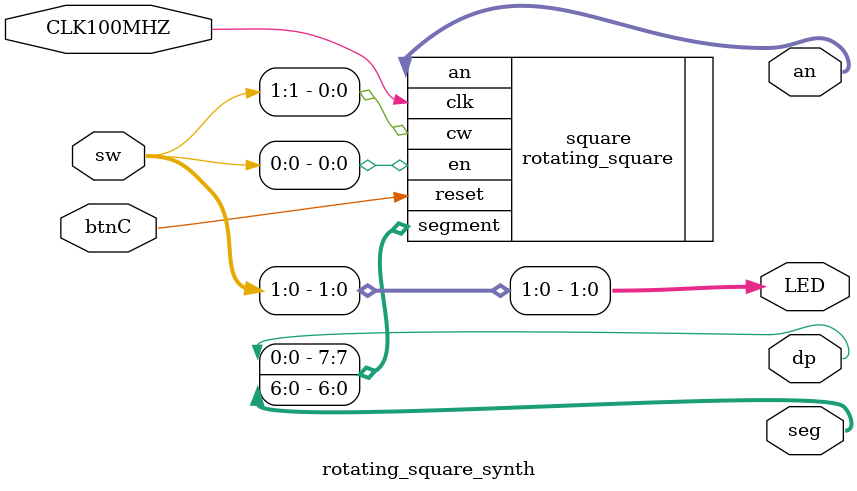
<source format=v>
`timescale 1ns / 1ps


module rotating_square_synth(
    input CLK100MHZ,
    input btnC,
    input [15:0] sw,
    output [15:0] LED,
    output [3:0] an,
    output dp,
    output [6:0] seg
    );
    
    rotating_square square(.clk(CLK100MHZ), .reset(btnC), .en(sw[0]), .cw(sw[1]), .an(an), .segment({dp, seg}));
    
    assign LED[1:0] = sw[1:0];
    
endmodule

</source>
